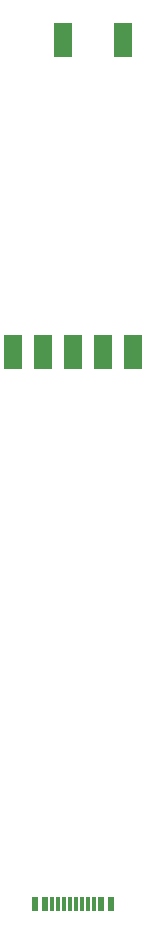
<source format=gbr>
%TF.GenerationSoftware,Altium Limited,Altium Designer,24.2.2 (26)*%
G04 Layer_Color=128*
%FSLAX45Y45*%
%MOMM*%
%TF.SameCoordinates,505FE19A-96A0-4540-A324-069B6CBC3D10*%
%TF.FilePolarity,Positive*%
%TF.FileFunction,Paste,Bot*%
%TF.Part,Single*%
G01*
G75*
%TA.AperFunction,SMDPad,CuDef*%
%ADD59R,0.30000X1.15000*%
%ADD60R,0.60000X1.15000*%
%ADD61R,1.60000X3.00000*%
D59*
X4075000Y2725000D02*
D03*
X4025000D02*
D03*
X3975000D02*
D03*
X3925000D02*
D03*
X3875000D02*
D03*
X3825000D02*
D03*
X3775000D02*
D03*
X3725000D02*
D03*
D60*
X4140000D02*
D03*
X3660000D02*
D03*
X4220000D02*
D03*
X3580000D02*
D03*
D61*
X3392000Y7400000D02*
D03*
X3646000D02*
D03*
X3900000D02*
D03*
X4154000D02*
D03*
X4408000D02*
D03*
X3814000Y10040000D02*
D03*
X4322000D02*
D03*
%TF.MD5,fcf74e3897619325fdef69e47f24436f*%
M02*

</source>
